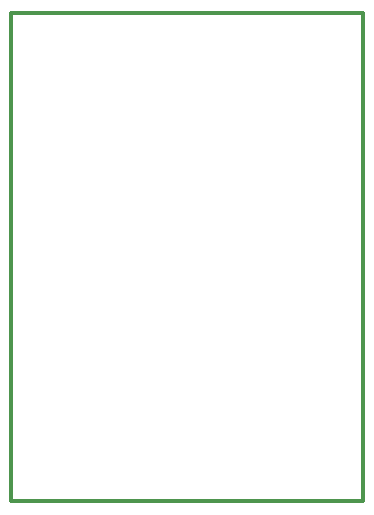
<source format=gko>
%FSLAX35Y35*%
%MOIN*%
%IN23=Platinen-Umriss(X.Outline)*%
%ADD10C,0.00197*%
%ADD11C,0.00205*%
%ADD12C,0.00256*%
%ADD13C,0.00500*%
%ADD14C,0.00512*%
%ADD15C,0.00591*%
%ADD16C,0.00768*%
%ADD17C,0.00787*%
%ADD18C,0.01181*%
%ADD19C,0.01575*%
%ADD20C,0.01969*%
%ADD21C,0.02362*%
%ADD22C,0.03150*%
%ADD23C,0.09843*%
%AMR_24*21,1,0.01181,0.01181,0,0,0.000*%
%ADD24R_24*%
%AMR_25*21,1,0.01969,0.01969,0,0,0.000*%
%ADD25R_25*%
%AMR_26*21,1,0.02362,0.04724,0,0,0.000*%
%ADD26R_26*%
%AMR_27*21,1,0.02756,0.04331,0,0,90.000*%
%ADD27R_27*%
%AMR_28*21,1,0.02953,0.04331,0,0,90.000*%
%ADD28R_28*%
%AMR_29*21,1,0.03150,0.04331,0,0,0.000*%
%ADD29R_29*%
%AMR_30*21,1,0.03150,0.04331,0,0,90.000*%
%ADD30R_30*%
%AMR_31*21,1,0.03150,0.04331,0,0,270.000*%
%ADD31R_31*%
%AMR_32*21,1,0.03543,0.04331,0,0,90.000*%
%ADD32R_32*%
%AMR_33*21,1,0.04724,0.02362,0,0,0.000*%
%ADD33R_33*%
%AMR_34*21,1,0.04724,0.07087,0,0,90.000*%
%ADD34R_34*%
%AMR_35*21,1,0.05000,0.02500,0,0,0.000*%
%ADD35R_35*%
%AMR_36*21,1,0.05512,0.05512,0,0,0.000*%
%ADD36R_36*%
%AMR_37*21,1,0.05512,0.05512,0,0,180.000*%
%ADD37R_37*%
%AMR_38*21,1,0.06250,0.06250,0,0,0.000*%
%ADD38R_38*%
%AMR_39*21,1,0.06250,0.07500,0,0,0.000*%
%ADD39R_39*%
%AMR_40*21,1,0.06693,0.04724,0,0,270.000*%
%ADD40R_40*%
%AMR_41*21,1,0.07500,0.07500,0,0,0.000*%
%ADD41R_41*%
%AMR_42*21,1,0.10236,0.05512,0,0,90.000*%
%ADD42R_42*%
%AMR_43*21,1,0.13189,0.07874,0,0,270.000*%
%ADD43R_43*%
%AMR_44*21,1,0.16250,0.19685,0,0,0.000*%
%ADD44R_44*%
%AMR_45*21,1,0.19685,0.19685,0,0,0.000*%
%ADD45R_45*%
%AMOCT_46*4,1,8,0.019685,0.013780,0.009843,0.023622,-0.009843,0.023622,-0.019685,0.013780,-0.019685,-0.013780,-0.009843,-0.023622,0.009843,-0.023622,0.019685,-0.013780,0.019685,0.013780,0.000*%
%ADD46OCT_46*%
%AMOCT_47*4,1,8,0.023622,0.009843,0.013780,0.019685,-0.013780,0.019685,-0.023622,0.009843,-0.023622,-0.009843,-0.013780,-0.019685,0.013780,-0.019685,0.023622,-0.009843,0.023622,0.009843,0.000*%
%ADD47OCT_47*%
%AMOCT_48*4,1,8,0.023622,0.011811,0.011811,0.023622,-0.011811,0.023622,-0.023622,0.011811,-0.023622,-0.011811,-0.011811,-0.023622,0.011811,-0.023622,0.023622,-0.011811,0.023622,0.011811,0.000*%
%ADD48OCT_48*%
%AMOCT_49*4,1,8,0.035433,0.017717,0.017717,0.035433,-0.017717,0.035433,-0.035433,0.017717,-0.035433,-0.017717,-0.017717,-0.035433,0.017717,-0.035433,0.035433,-0.017717,0.035433,0.017717,90.000*%
%ADD49OCT_49*%
%AMOCT_50*4,1,8,0.035433,0.017717,0.017717,0.035433,-0.017717,0.035433,-0.035433,0.017717,-0.035433,-0.017717,-0.017717,-0.035433,0.017717,-0.035433,0.035433,-0.017717,0.035433,0.017717,270.000*%
%ADD50OCT_50*%
%AMRR_51*21,1,0.01969,0.09843,0,0,180.000*21,1,0.01575,0.10236,0,0,180.000*1,1,0.00394,-0.00787,-0.04921*1,1,0.00394,0.00787,0.04921*1,1,0.00394,-0.00787,0.04921*1,1,0.00394,0.00787,-0.04921*%
%ADD51RR_51*%
%AMRR_52*21,1,0.02756,0.04173,0,0,180.000*21,1,0.02205,0.04724,0,0,180.000*1,1,0.00551,-0.01102,-0.02087*1,1,0.00551,0.01102,0.02087*1,1,0.00551,-0.01102,0.02087*1,1,0.00551,0.01102,-0.02087*%
%ADD52RR_52*%
%AMRR_53*21,1,0.02756,0.03346,0,0,180.000*21,1,0.01378,0.04724,0,0,180.000*1,1,0.01378,-0.00689,-0.01673*1,1,0.01378,0.00689,0.01673*1,1,0.01378,-0.00689,0.01673*1,1,0.01378,0.00689,-0.01673*%
%ADD53RR_53*%
%AMRR_54*21,1,0.07087,0.05669,0,0,90.000*21,1,0.05669,0.07087,0,0,90.000*1,1,0.01417,-0.02835,0.02835*1,1,0.01417,0.02835,-0.02835*1,1,0.01417,0.02835,0.02835*1,1,0.01417,-0.02835,-0.02835*%
%ADD54RR_54*%
%AMRR_55*21,1,0.07087,0.05669,0,0,270.000*21,1,0.05669,0.07087,0,0,270.000*1,1,0.01417,0.02835,-0.02835*1,1,0.01417,-0.02835,0.02835*1,1,0.01417,-0.02835,-0.02835*1,1,0.01417,0.02835,0.02835*%
%ADD55RR_55*%
%AMRR_56*21,1,0.08268,0.08583,0,0,180.000*21,1,0.06614,0.10236,0,0,180.000*1,1,0.01654,-0.03307,-0.04291*1,1,0.01654,0.03307,0.04291*1,1,0.01654,-0.03307,0.04291*1,1,0.01654,0.03307,-0.04291*%
%ADD56RR_56*%
%AMRR_57*21,1,0.08500,0.03400,0,0,0.000*21,1,0.07650,0.04250,0,0,0.000*1,1,0.00850,0.03825,0.01700*1,1,0.00850,-0.03825,-0.01700*1,1,0.00850,0.03825,-0.01700*1,1,0.00850,-0.03825,0.01700*%
%ADD57RR_57*%
%AMRR_58*21,1,0.10000,0.04000,0,0,0.000*21,1,0.09000,0.05000,0,0,0.000*1,1,0.01000,0.04500,0.02000*1,1,0.01000,-0.04500,-0.02000*1,1,0.01000,0.04500,-0.02000*1,1,0.01000,-0.04500,0.02000*%
%ADD58RR_58*%
%AMRR_59*21,1,0.10236,0.02756,0,0,90.000*21,1,0.07480,0.05512,0,0,90.000*1,1,0.02756,-0.01378,0.03740*1,1,0.02756,0.01378,-0.03740*1,1,0.02756,0.01378,0.03740*1,1,0.02756,-0.01378,-0.03740*%
%ADD59RR_59*%
G54D18*
X0Y162500D02*
X0Y0D01*
X117500Y0D02*
X0Y0D01*
X117500Y162500D02*
X117500Y0D01*
X117500Y162500D02*
X0Y162500D01*
M02*

</source>
